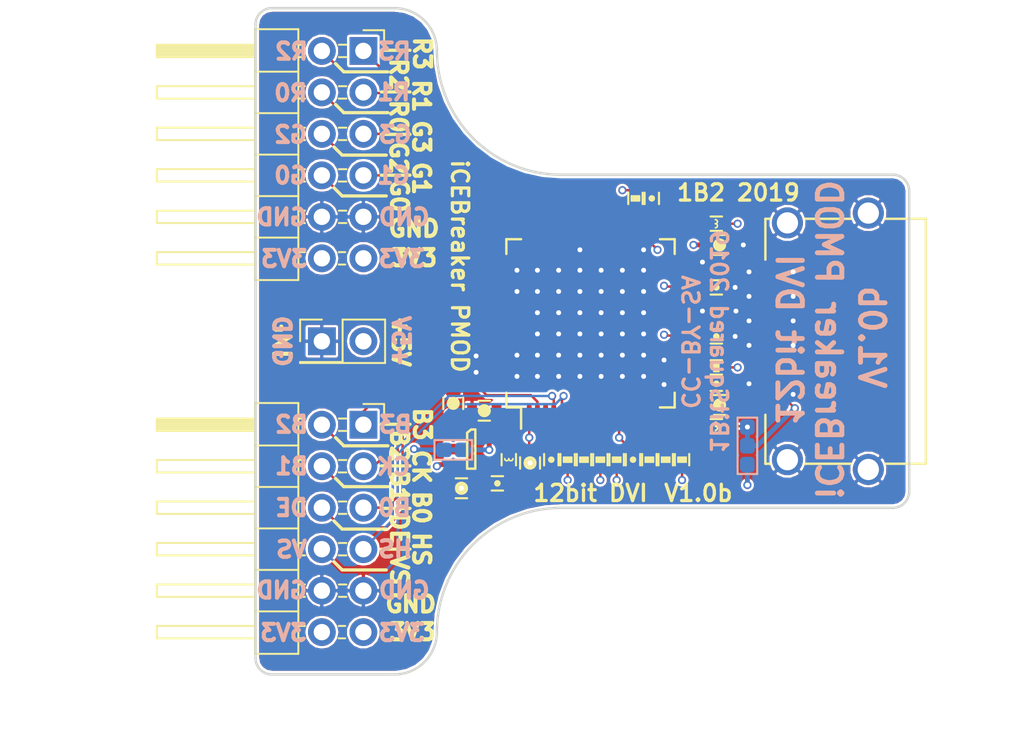
<source format=kicad_pcb>
(kicad_pcb (version 20171130) (host pcbnew 5.0.2-bee76a0~70~ubuntu18.04.1)
  (title_block (title "iCEBreaker PMOD - 12bit DVI") (rev V1.0b) (company 1BitSquared) (comment 1 "(C) 2018 Piotr Esden-Tempski <piotr@esden.net>") (comment 2 "(C) 2018 1BitSquared <info@1bitsquared.com>") (comment 3 "License: CC-BY-SA V4.0"))
  (layers (0 F.Cu signal) (1 In1.Cu signal) (2 In2.Cu signal) (31 B.Cu signal) (34 B.Paste user) (35 F.Paste user) (36 B.SilkS user) (37 F.SilkS user) (38 B.Mask user) (39 F.Mask user) (44 Edge.Cuts user))
  (net 0 "")
  (net 1 GND)
  (net 2 +3V3)
  (net 3 +5V)
  (net 4 "Net-(C3-Pad1)")
  (net 5 /DVDD)
  (net 6 /DE)
  (net 7 /VREF)
  (net 8 /HS)
  (net 9 /VS)
  (net 10 "Net-(U2-Pad6)")
  (net 11 "Net-(U2-Pad7)")
  (net 12 "Net-(U2-Pad8)")
  (net 13 /EDGE-HTPLG)
  (net 14 /~PD)
  (net 15 "Net-(U2-Pad11)")
  (net 16 /ISEL-~RST)
  (net 17 /DSEL-SDA)
  (net 18 /BSEL-SCL)
  (net 19 /PVDD)
  (net 20 /CK-)
  (net 21 /CK+)
  (net 22 /TVDD)
  (net 23 /D0-)
  (net 24 /D0+)
  (net 25 /D1-)
  (net 26 /D1+)
  (net 27 /D2-)
  (net 28 /D2+)
  (net 29 /DKEN)
  (net 30 "Net-(U2-Pad49)")
  (net 31 /CLK)
  (net 32 "Net-(J1-Pad12)")
  (net 33 /TFADJ)
  (net 34 "Net-(J5-Pad2)")
  (net 35 /B0)
  (net 36 /B1)
  (net 37 /B2)
  (net 38 /B3)
  (net 39 /G0)
  (net 40 /G1)
  (net 41 /G2)
  (net 42 /G3)
  (net 43 /R0)
  (net 44 /R1)
  (net 45 /R2)
  (net 46 /R3)
  (net 47 "Net-(J6-Pad19)")
  (net 48 "Net-(J6-Pad16)")
  (net 49 "Net-(J6-Pad15)")
  (net 50 "Net-(J6-Pad14)")
  (net 51 "Net-(J6-Pad13)")
  (module pkl_jumpers:J_NCNO_0903_30 (layer B.Cu) (at 60.1 46.6 270)
    (fp_text reference J5)
    (fp_text value 3v3_5v_sel)
    (fp_line (start -0.775 0) (end -0.375 0) (layer B.Cu) (width 0.3))
    (pad 1 smd roundrect (at -1.15 0 270) (size 0.95 0.9) (layers B.Cu B.Paste B.Mask) (net 2 +3V3))
    (pad 2 smd roundrect (at 0 0 270) (size 0.95 0.9) (layers B.Cu B.Paste B.Mask) (net 34 "Net-(J5-Pad2)"))
    (pad 3 smd roundrect (at 1.15 0 270) (size 0.95 0.9) (layers B.Cu B.Paste B.Mask) (net 3 +5V))
  )
  (module pkl_connectors:PMODHeader_2x06_P2.54mm_Horizontal (layer F.Cu) (at 36.6 35.12 180)
    (fp_text reference J2)
    (fp_text value PMOD)
    (pad 6 thru_hole circle (at 0 0 180) (size 1.7 1.7) (drill 1) (layers *.Cu *.Mask) (net 32 "Net-(J1-Pad12)"))
    (pad 12 thru_hole oval (at 2.54 0 180) (size 1.7 1.7) (drill 1) (layers *.Cu *.Mask) (net 32 "Net-(J1-Pad12)"))
    (pad 5 thru_hole oval (at 0 2.54 180) (size 1.7 1.7) (drill 1) (layers *.Cu *.Mask) (net 1 GND))
    (pad 11 thru_hole oval (at 2.54 2.54 180) (size 1.7 1.7) (drill 1) (layers *.Cu *.Mask) (net 1 GND))
    (pad 4 thru_hole oval (at 0 5.08 180) (size 1.7 1.7) (drill 1) (layers *.Cu *.Mask) (net 40 /G1))
    (pad 10 thru_hole oval (at 2.54 5.08 180) (size 1.7 1.7) (drill 1) (layers *.Cu *.Mask) (net 39 /G0))
    (pad 3 thru_hole oval (at 0 7.62 180) (size 1.7 1.7) (drill 1) (layers *.Cu *.Mask) (net 42 /G3))
    (pad 9 thru_hole oval (at 2.54 7.62 180) (size 1.7 1.7) (drill 1) (layers *.Cu *.Mask) (net 41 /G2))
    (pad 2 thru_hole oval (at 0 10.16 180) (size 1.7 1.7) (drill 1) (layers *.Cu *.Mask) (net 44 /R1))
    (pad 8 thru_hole oval (at 2.54 10.16 180) (size 1.7 1.7) (drill 1) (layers *.Cu *.Mask) (net 43 /R0))
    (pad 1 thru_hole rect (at 0 12.7 180) (size 1.7 1.7) (drill 1) (layers *.Cu *.Mask) (net 46 /R3))
    (pad 7 thru_hole circle (at 2.54 12.7 180) (size 1.7 1.7) (drill 1) (layers *.Cu *.Mask) (net 45 /R2))
  )
  (module Connector_PinHeader_2.54mm:PinHeader_2x01_P2.54mm_Vertical (layer F.Cu) (at 34.06 40.2)
    (fp_text reference J4)
    (fp_text value 5V)
    (pad 1 thru_hole rect (at 0 0) (size 1.7 1.7) (drill 1) (layers *.Cu *.Mask) (net 1 GND))
    (pad 2 thru_hole oval (at 2.54 0) (size 1.7 1.7) (drill 1) (layers *.Cu *.Mask) (net 3 +5V))
  )
  (module pkl_housings_qfp:TQFP-64-1EP_10x10mm_P0.5mm_EP5x5mm (layer F.Cu) (at 50.5 39.1 90)
    (fp_text reference U2)
    (fp_text value TFP410)
    (pad 65 thru_hole circle (at -1.95 3.25 90) (size 0.5 0.5) (drill 0.3) (layers *.Cu) (net 1 GND))
    (pad 65 thru_hole circle (at -3.25 3.25 90) (size 0.5 0.5) (drill 0.3) (layers *.Cu) (net 1 GND))
    (pad 65 thru_hole circle (at 0.65 3.25 90) (size 0.5 0.5) (drill 0.3) (layers *.Cu) (net 1 GND))
    (pad 65 thru_hole circle (at -0.65 3.25 90) (size 0.5 0.5) (drill 0.3) (layers *.Cu) (net 1 GND))
    (pad 65 thru_hole circle (at 3.25 3.25 90) (size 0.5 0.5) (drill 0.3) (layers *.Cu) (net 1 GND))
    (pad 65 thru_hole circle (at 1.95 3.25 90) (size 0.5 0.5) (drill 0.3) (layers *.Cu) (net 1 GND))
    (pad 65 thru_hole circle (at -1.95 1.95 90) (size 0.5 0.5) (drill 0.3) (layers *.Cu) (net 1 GND))
    (pad 65 thru_hole circle (at -3.25 1.95 90) (size 0.5 0.5) (drill 0.3) (layers *.Cu) (net 1 GND))
    (pad 65 thru_hole circle (at 0.65 1.95 90) (size 0.5 0.5) (drill 0.3) (layers *.Cu) (net 1 GND))
    (pad 65 thru_hole circle (at -0.65 1.95 90) (size 0.5 0.5) (drill 0.3) (layers *.Cu) (net 1 GND))
    (pad 65 thru_hole circle (at 3.25 1.95 90) (size 0.5 0.5) (drill 0.3) (layers *.Cu) (net 1 GND))
    (pad 65 thru_hole circle (at 1.95 1.95 90) (size 0.5 0.5) (drill 0.3) (layers *.Cu) (net 1 GND))
    (pad 65 thru_hole circle (at -3.25 0.65 90) (size 0.5 0.5) (drill 0.3) (layers *.Cu) (net 1 GND))
    (pad 65 thru_hole circle (at 0.65 0.65 90) (size 0.5 0.5) (drill 0.3) (layers *.Cu) (net 1 GND))
    (pad 65 thru_hole circle (at -0.65 0.65 90) (size 0.5 0.5) (drill 0.3) (layers *.Cu) (net 1 GND))
    (pad 65 thru_hole circle (at 1.95 0.65 90) (size 0.5 0.5) (drill 0.3) (layers *.Cu) (net 1 GND))
    (pad 65 thru_hole circle (at -1.95 0.65 90) (size 0.5 0.5) (drill 0.3) (layers *.Cu) (net 1 GND))
    (pad 65 thru_hole circle (at 3.25 0.65 90) (size 0.5 0.5) (drill 0.3) (layers *.Cu) (net 1 GND))
    (pad 65 thru_hole circle (at -3.25 -0.65 90) (size 0.5 0.5) (drill 0.3) (layers *.Cu) (net 1 GND))
    (pad 65 thru_hole circle (at 0.65 -0.65 90) (size 0.5 0.5) (drill 0.3) (layers *.Cu) (net 1 GND))
    (pad 65 thru_hole circle (at -0.65 -0.65 90) (size 0.5 0.5) (drill 0.3) (layers *.Cu) (net 1 GND))
    (pad 65 thru_hole circle (at 1.95 -0.65 90) (size 0.5 0.5) (drill 0.3) (layers *.Cu) (net 1 GND))
    (pad 65 thru_hole circle (at -1.95 -0.65 90) (size 0.5 0.5) (drill 0.3) (layers *.Cu) (net 1 GND))
    (pad 65 thru_hole circle (at 3.25 -0.65 90) (size 0.5 0.5) (drill 0.3) (layers *.Cu) (net 1 GND))
    (pad 65 thru_hole circle (at 1.95 -1.95 90) (size 0.5 0.5) (drill 0.3) (layers *.Cu) (net 1 GND))
    (pad 65 thru_hole circle (at -1.95 -1.95 90) (size 0.5 0.5) (drill 0.3) (layers *.Cu) (net 1 GND))
    (pad 65 thru_hole circle (at 3.25 -1.95 90) (size 0.5 0.5) (drill 0.3) (layers *.Cu) (net 1 GND))
    (pad 65 thru_hole circle (at -3.25 -1.95 90) (size 0.5 0.5) (drill 0.3) (layers *.Cu) (net 1 GND))
    (pad 65 thru_hole circle (at 0.65 -1.95 90) (size 0.5 0.5) (drill 0.3) (layers *.Cu) (net 1 GND))
    (pad 65 thru_hole circle (at -0.65 -1.95 90) (size 0.5 0.5) (drill 0.3) (layers *.Cu) (net 1 GND))
    (pad 65 thru_hole circle (at 3.25 -3.25 90) (size 0.5 0.5) (drill 0.3) (layers *.Cu) (net 1 GND))
    (pad 65 thru_hole circle (at 1.95 -3.25 90) (size 0.5 0.5) (drill 0.3) (layers *.Cu) (net 1 GND))
    (pad 65 thru_hole circle (at 0.65 -3.25 90) (size 0.5 0.5) (drill 0.3) (layers *.Cu) (net 1 GND))
    (pad 65 thru_hole circle (at -0.65 -3.25 90) (size 0.5 0.5) (drill 0.3) (layers *.Cu) (net 1 GND))
    (pad 65 thru_hole circle (at -1.95 -3.25 90) (size 0.5 0.5) (drill 0.3) (layers *.Cu) (net 1 GND))
    (pad 65 thru_hole circle (at -3.25 -3.25 90) (size 0.5 0.5) (drill 0.3) (layers *.Cu) (net 1 GND))
    (pad 65 smd rect (at 0 0 90) (size 8 8) (layers F.Cu) (net 1 GND))
    (pad 64 smd oval (at -3.75 -5.7 90) (size 0.3 1.5) (layers F.Cu F.Paste F.Mask) (net 1 GND))
    (pad 63 smd oval (at -3.25 -5.7 90) (size 0.3 1.5) (layers F.Cu F.Paste F.Mask) (net 1 GND))
    (pad 62 smd oval (at -2.75 -5.7 90) (size 0.3 1.5) (layers F.Cu F.Paste F.Mask) (net 1 GND))
    (pad 61 smd oval (at -2.25 -5.7 90) (size 0.3 1.5) (layers F.Cu F.Paste F.Mask) (net 1 GND))
    (pad 60 smd oval (at -1.75 -5.7 90) (size 0.3 1.5) (layers F.Cu F.Paste F.Mask) (net 1 GND))
    (pad 59 smd oval (at -1.25 -5.7 90) (size 0.3 1.5) (layers F.Cu F.Paste F.Mask) (net 35 /B0))
    (pad 58 smd oval (at -0.75 -5.7 90) (size 0.3 1.5) (layers F.Cu F.Paste F.Mask) (net 36 /B1))
    (pad 57 smd oval (at -0.25 -5.7 90) (size 0.3 1.5) (layers F.Cu F.Paste F.Mask) (net 31 /CLK))
    (pad 56 smd oval (at 0.25 -5.7 90) (size 0.3 1.5) (layers F.Cu F.Paste F.Mask) (net 1 GND))
    (pad 55 smd oval (at 0.75 -5.7 90) (size 0.3 1.5) (layers F.Cu F.Paste F.Mask) (net 37 /B2))
    (pad 54 smd oval (at 1.25 -5.7 90) (size 0.3 1.5) (layers F.Cu F.Paste F.Mask) (net 38 /B3))
    (pad 53 smd oval (at 1.75 -5.7 90) (size 0.3 1.5) (layers F.Cu F.Paste F.Mask) (net 1 GND))
    (pad 52 smd oval (at 2.25 -5.7 90) (size 0.3 1.5) (layers F.Cu F.Paste F.Mask) (net 1 GND))
    (pad 51 smd oval (at 2.75 -5.7 90) (size 0.3 1.5) (layers F.Cu F.Paste F.Mask) (net 1 GND))
    (pad 50 smd oval (at 3.25 -5.7 90) (size 0.3 1.5) (layers F.Cu F.Paste F.Mask) (net 1 GND))
    (pad 49 smd oval (at 3.75 -5.7 90) (size 0.3 1.5) (layers F.Cu F.Paste F.Mask) (net 30 "Net-(U2-Pad49)"))
    (pad 48 smd oval (at 5.7 -3.75 180) (size 0.3 1.5) (layers F.Cu F.Paste F.Mask) (net 1 GND))
    (pad 47 smd oval (at 5.7 -3.25 180) (size 0.3 1.5) (layers F.Cu F.Paste F.Mask) (net 39 /G0))
    (pad 46 smd oval (at 5.7 -2.75 180) (size 0.3 1.5) (layers F.Cu F.Paste F.Mask) (net 40 /G1))
    (pad 45 smd oval (at 5.7 -2.25 180) (size 0.3 1.5) (layers F.Cu F.Paste F.Mask) (net 41 /G2))
    (pad 44 smd oval (at 5.7 -1.75 180) (size 0.3 1.5) (layers F.Cu F.Paste F.Mask) (net 42 /G3))
    (pad 43 smd oval (at 5.7 -1.25 180) (size 0.3 1.5) (layers F.Cu F.Paste F.Mask) (net 1 GND))
    (pad 42 smd oval (at 5.7 -0.75 180) (size 0.3 1.5) (layers F.Cu F.Paste F.Mask) (net 1 GND))
    (pad 41 smd oval (at 5.7 -0.25 180) (size 0.3 1.5) (layers F.Cu F.Paste F.Mask) (net 1 GND))
    (pad 40 smd oval (at 5.7 0.25 180) (size 0.3 1.5) (layers F.Cu F.Paste F.Mask) (net 1 GND))
    (pad 39 smd oval (at 5.7 0.75 180) (size 0.3 1.5) (layers F.Cu F.Paste F.Mask) (net 43 /R0))
    (pad 38 smd oval (at 5.7 1.25 180) (size 0.3 1.5) (layers F.Cu F.Paste F.Mask) (net 44 /R1))
    (pad 37 smd oval (at 5.7 1.75 180) (size 0.3 1.5) (layers F.Cu F.Paste F.Mask) (net 45 /R2))
    (pad 36 smd oval (at 5.7 2.25 180) (size 0.3 1.5) (layers F.Cu F.Paste F.Mask) (net 46 /R3))
    (pad 35 smd oval (at 5.7 2.75 180) (size 0.3 1.5) (layers F.Cu F.Paste F.Mask) (net 29 /DKEN))
    (pad 34 smd oval (at 5.7 3.25 180) (size 0.3 1.5) (layers F.Cu F.Paste F.Mask) (net 1 GND))
    (pad 33 smd oval (at 5.7 3.75 180) (size 0.3 1.5) (layers F.Cu F.Paste F.Mask) (net 5 /DVDD))
    (pad 32 smd oval (at 3.75 5.7 90) (size 0.3 1.5) (layers F.Cu F.Paste F.Mask) (net 1 GND))
    (pad 31 smd oval (at 3.25 5.7 90) (size 0.3 1.5) (layers F.Cu F.Paste F.Mask) (net 28 /D2+))
    (pad 30 smd oval (at 2.75 5.7 90) (size 0.3 1.5) (layers F.Cu F.Paste F.Mask) (net 27 /D2-))
    (pad 29 smd oval (at 2.25 5.7 90) (size 0.3 1.5) (layers F.Cu F.Paste F.Mask) (net 22 /TVDD))
    (pad 28 smd oval (at 1.75 5.7 90) (size 0.3 1.5) (layers F.Cu F.Paste F.Mask) (net 26 /D1+))
    (pad 27 smd oval (at 1.25 5.7 90) (size 0.3 1.5) (layers F.Cu F.Paste F.Mask) (net 25 /D1-))
    (pad 26 smd oval (at 0.75 5.7 90) (size 0.3 1.5) (layers F.Cu F.Paste F.Mask) (net 1 GND))
    (pad 25 smd oval (at 0.25 5.7 90) (size 0.3 1.5) (layers F.Cu F.Paste F.Mask) (net 24 /D0+))
    (pad 24 smd oval (at -0.25 5.7 90) (size 0.3 1.5) (layers F.Cu F.Paste F.Mask) (net 23 /D0-))
    (pad 23 smd oval (at -0.75 5.7 90) (size 0.3 1.5) (layers F.Cu F.Paste F.Mask) (net 22 /TVDD))
    (pad 22 smd oval (at -1.25 5.7 90) (size 0.3 1.5) (layers F.Cu F.Paste F.Mask) (net 21 /CK+))
    (pad 21 smd oval (at -1.75 5.7 90) (size 0.3 1.5) (layers F.Cu F.Paste F.Mask) (net 20 /CK-))
    (pad 20 smd oval (at -2.25 5.7 90) (size 0.3 1.5) (layers F.Cu F.Paste F.Mask) (net 1 GND))
    (pad 19 smd oval (at -2.75 5.7 90) (size 0.3 1.5) (layers F.Cu F.Paste F.Mask) (net 33 /TFADJ))
    (pad 18 smd oval (at -3.25 5.7 90) (size 0.3 1.5) (layers F.Cu F.Paste F.Mask) (net 19 /PVDD))
    (pad 17 smd oval (at -3.75 5.7 90) (size 0.3 1.5) (layers F.Cu F.Paste F.Mask) (net 1 GND))
    (pad 16 smd oval (at -5.7 3.75 180) (size 0.3 1.5) (layers F.Cu F.Paste F.Mask) (net 1 GND))
    (pad 15 smd oval (at -5.7 3.25 180) (size 0.3 1.5) (layers F.Cu F.Paste F.Mask) (net 18 /BSEL-SCL))
    (pad 14 smd oval (at -5.7 2.75 180) (size 0.3 1.5) (layers F.Cu F.Paste F.Mask) (net 17 /DSEL-SDA))
    (pad 13 smd oval (at -5.7 2.25 180) (size 0.3 1.5) (layers F.Cu F.Paste F.Mask) (net 16 /ISEL-~RST))
    (pad 12 smd oval (at -5.7 1.75 180) (size 0.3 1.5) (layers F.Cu F.Paste F.Mask) (net 5 /DVDD))
    (pad 11 smd oval (at -5.7 1.25 180) (size 0.3 1.5) (layers F.Cu F.Paste F.Mask) (net 15 "Net-(U2-Pad11)"))
    (pad 10 smd oval (at -5.7 0.75 180) (size 0.3 1.5) (layers F.Cu F.Paste F.Mask) (net 14 /~PD))
    (pad 9 smd oval (at -5.7 0.25 180) (size 0.3 1.5) (layers F.Cu F.Paste F.Mask) (net 13 /EDGE-HTPLG))
    (pad 8 smd oval (at -5.7 -0.25 180) (size 0.3 1.5) (layers F.Cu F.Paste F.Mask) (net 12 "Net-(U2-Pad8)"))
    (pad 7 smd oval (at -5.7 -0.75 180) (size 0.3 1.5) (layers F.Cu F.Paste F.Mask) (net 11 "Net-(U2-Pad7)"))
    (pad 6 smd oval (at -5.7 -1.25 180) (size 0.3 1.5) (layers F.Cu F.Paste F.Mask) (net 10 "Net-(U2-Pad6)"))
    (pad 5 smd oval (at -5.7 -1.75 180) (size 0.3 1.5) (layers F.Cu F.Paste F.Mask) (net 9 /VS))
    (pad 4 smd oval (at -5.7 -2.25 180) (size 0.3 1.5) (layers F.Cu F.Paste F.Mask) (net 8 /HS))
    (pad 3 smd oval (at -5.7 -2.75 180) (size 0.3 1.5) (layers F.Cu F.Paste F.Mask) (net 7 /VREF))
    (pad 2 smd oval (at -5.7 -3.25 180) (size 0.3 1.5) (layers F.Cu F.Paste F.Mask) (net 6 /DE))
    (pad 1 smd oval (at -5.7 -3.75 180) (size 0.3 1.5) (layers F.Cu F.Paste F.Mask) (net 5 /DVDD))
  )
  (module pkl_jumpers:J_NC_0603_30 (layer B.Cu) (at 42.1 46.85 180)
    (fp_text reference J3)
    (fp_text value jmp)
    (fp_line (start -0.2 0) (end 0.2 0) (layer B.Cu) (width 0.3))
    (pad 1 smd roundrect (at -0.575 0 180) (size 0.95 0.9) (layers B.Cu B.Paste B.Mask) (net 2 +3V3))
    (pad 2 smd roundrect (at 0.575 0 180) (size 0.95 0.9) (layers B.Cu B.Paste B.Mask) (net 32 "Net-(J1-Pad12)"))
  )
  (module pkl_connectors:HDMI-10029449-111RLF (layer F.Cu) (at 62.5 40.2 90)
    (fp_text reference J6)
    (fp_text value HDMI_A_1.4 hide)
    (pad 19 smd roundrect (at -4.25 -0.95 90) (size 0.3 1.9) (layers F.Cu F.Paste F.Mask) (net 47 "Net-(J6-Pad19)"))
    (pad 1 smd roundrect (at 4.75 -0.95 90) (size 0.3 1.9) (layers F.Cu F.Paste F.Mask) (net 28 /D2+))
    (pad 18 smd roundrect (at -3.75 -0.95 90) (size 0.3 1.9) (layers F.Cu F.Paste F.Mask) (net 34 "Net-(J5-Pad2)"))
    (pad 17 smd roundrect (at -3.25 -0.95 90) (size 0.3 1.9) (layers F.Cu F.Paste F.Mask) (net 1 GND))
    (pad 16 smd roundrect (at -2.75 -0.95 90) (size 0.3 1.9) (layers F.Cu F.Paste F.Mask) (net 48 "Net-(J6-Pad16)"))
    (pad 15 smd roundrect (at -2.25 -0.95 90) (size 0.3 1.9) (layers F.Cu F.Paste F.Mask) (net 49 "Net-(J6-Pad15)"))
    (pad 14 smd roundrect (at -1.75 -0.95 90) (size 0.3 1.9) (layers F.Cu F.Paste F.Mask) (net 50 "Net-(J6-Pad14)"))
    (pad 13 smd roundrect (at -1.25 -0.95 90) (size 0.3 1.9) (layers F.Cu F.Paste F.Mask) (net 51 "Net-(J6-Pad13)"))
    (pad 12 smd roundrect (at -0.75 -0.95 90) (size 0.3 1.9) (layers F.Cu F.Paste F.Mask) (net 20 /CK-))
    (pad 11 smd roundrect (at -0.25 -0.95 90) (size 0.3 1.9) (layers F.Cu F.Paste F.Mask) (net 1 GND))
    (pad 10 smd roundrect (at 0.25 -0.95 90) (size 0.3 1.9) (layers F.Cu F.Paste F.Mask) (net 21 /CK+))
    (pad 9 smd roundrect (at 0.75 -0.95 90) (size 0.3 1.9) (layers F.Cu F.Paste F.Mask) (net 23 /D0-))
    (pad 8 smd roundrect (at 1.25 -0.95 90) (size 0.3 1.9) (layers F.Cu F.Paste F.Mask) (net 1 GND))
    (pad 7 smd roundrect (at 1.75 -0.95 90) (size 0.3 1.9) (layers F.Cu F.Paste F.Mask) (net 24 /D0+))
    (pad 6 smd roundrect (at 2.25 -0.95 90) (size 0.3 1.9) (layers F.Cu F.Paste F.Mask) (net 25 /D1-))
    (pad 5 smd roundrect (at 2.75 -0.95 90) (size 0.3 1.9) (layers F.Cu F.Paste F.Mask) (net 1 GND))
    (pad 4 smd roundrect (at 3.25 -0.95 90) (size 0.3 1.9) (layers F.Cu F.Paste F.Mask) (net 26 /D1+))
    (pad 3 smd roundrect (at 3.75 -0.95 90) (size 0.3 1.9) (layers F.Cu F.Paste F.Mask) (net 27 /D2-))
    (pad 2 smd roundrect (at 4.25 -0.95 90) (size 0.3 1.9) (layers F.Cu F.Paste F.Mask) (net 1 GND))
    (pad SH thru_hole circle (at -7.25 0.05 90) (size 1.9 1.9) (drill 1.3) (layers *.Cu *.Mask) (net 1 GND))
    (pad SH thru_hole circle (at 7.25 0.05 90) (size 1.9 1.9) (drill 1.3) (layers *.Cu *.Mask) (net 1 GND))
    (pad SH thru_hole circle (at 7.85 5 90) (size 1.9 1.9) (drill 1.3) (layers *.Cu *.Mask) (net 1 GND))
    (pad SH thru_hole circle (at -7.85 5 90) (size 1.9 1.9) (drill 1.3) (layers *.Cu *.Mask) (net 1 GND))
  )
  (module pkl_dipol:C_0402 (layer F.Cu) (at 54.25 31.45 90)
    (fp_text reference C6)
    (fp_text value 100n)
    (pad 2 smd roundrect (at 0.5 0 90) (size 0.5 0.6) (layers F.Cu F.Paste F.Mask) (net 1 GND))
    (pad 1 smd roundrect (at -0.5 0 90) (size 0.5 0.6) (layers F.Cu F.Paste F.Mask) (net 5 /DVDD))
  )
  (module pkl_dipol:C_0402 (layer F.Cu) (at 58.2 39.9)
    (fp_text reference C7)
    (fp_text value 100n)
    (pad 1 smd roundrect (at -0.5 0) (size 0.5 0.6) (layers F.Cu F.Paste F.Mask) (net 22 /TVDD))
    (pad 2 smd roundrect (at 0.5 0) (size 0.5 0.6) (layers F.Cu F.Paste F.Mask) (net 1 GND))
  )
  (module pkl_dipol:C_0402 (layer F.Cu) (at 48.1 47.45 270)
    (fp_text reference C8)
    (fp_text value 100n)
    (pad 2 smd roundrect (at 0.5 0 270) (size 0.5 0.6) (layers F.Cu F.Paste F.Mask) (net 1 GND))
    (pad 1 smd roundrect (at -0.5 0 270) (size 0.5 0.6) (layers F.Cu F.Paste F.Mask) (net 5 /DVDD))
  )
  (module pkl_dipol:C_0402 (layer F.Cu) (at 58.2 42.8)
    (fp_text reference C9)
    (fp_text value 100n)
    (pad 1 smd roundrect (at -0.5 0) (size 0.5 0.6) (layers F.Cu F.Paste F.Mask) (net 19 /PVDD))
    (pad 2 smd roundrect (at 0.5 0) (size 0.5 0.6) (layers F.Cu F.Paste F.Mask) (net 1 GND))
  )
  (module pkl_dipol:C_0402 (layer F.Cu) (at 58.2 36.9)
    (fp_text reference C10)
    (fp_text value 100n)
    (pad 2 smd roundrect (at 0.5 0) (size 0.5 0.6) (layers F.Cu F.Paste F.Mask) (net 1 GND))
    (pad 1 smd roundrect (at -0.5 0) (size 0.5 0.6) (layers F.Cu F.Paste F.Mask) (net 22 /TVDD))
  )
  (module pkl_dipol:C_0402 (layer F.Cu) (at 53.1 47.45 270)
    (fp_text reference C5)
    (fp_text value 100n)
    (pad 2 smd roundrect (at 0.5 0 270) (size 0.5 0.6) (layers F.Cu F.Paste F.Mask) (net 1 GND))
    (pad 1 smd roundrect (at -0.5 0 270) (size 0.5 0.6) (layers F.Cu F.Paste F.Mask) (net 5 /DVDD))
  )
  (module pkl_dipol:C_0402 (layer F.Cu) (at 44.8 48.9)
    (fp_text reference C3)
    (fp_text value 470p)
    (pad 1 smd roundrect (at -0.5 0) (size 0.5 0.6) (layers F.Cu F.Paste F.Mask) (net 4 "Net-(C3-Pad1)"))
    (pad 2 smd roundrect (at 0.5 0) (size 0.5 0.6) (layers F.Cu F.Paste F.Mask) (net 1 GND))
  )
  (module pkl_dipol:C_0603 (layer F.Cu) (at 46.8 47.65 270)
    (fp_text reference C14)
    (fp_text value 10u)
    (pad 2 smd roundrect (at 0.75 0 270) (size 0.6 0.9) (layers F.Cu F.Paste F.Mask) (net 1 GND))
    (pad 1 smd roundrect (at -0.75 0 270) (size 0.6 0.9) (layers F.Cu F.Paste F.Mask) (net 5 /DVDD))
  )
  (module pkl_dipol:C_0603 (layer F.Cu) (at 58.4 34.3)
    (fp_text reference C16)
    (fp_text value 10u)
    (pad 1 smd roundrect (at -0.75 0) (size 0.6 0.9) (layers F.Cu F.Paste F.Mask) (net 22 /TVDD))
    (pad 2 smd roundrect (at 0.75 0) (size 0.6 0.9) (layers F.Cu F.Paste F.Mask) (net 1 GND))
  )
  (module pkl_dipol:C_0603 (layer F.Cu) (at 58.4 44.1)
    (fp_text reference C15)
    (fp_text value 10u)
    (pad 2 smd roundrect (at 0.75 0) (size 0.6 0.9) (layers F.Cu F.Paste F.Mask) (net 1 GND))
    (pad 1 smd roundrect (at -0.75 0) (size 0.6 0.9) (layers F.Cu F.Paste F.Mask) (net 19 /PVDD))
  )
  (module pkl_dipol:C_0603 (layer F.Cu) (at 42.1 44 90)
    (fp_text reference C2)
    (fp_text value 4u7)
    (pad 1 smd roundrect (at -0.75 0 90) (size 0.6 0.9) (layers F.Cu F.Paste F.Mask) (net 3 +5V))
    (pad 2 smd roundrect (at 0.75 0 90) (size 0.6 0.9) (layers F.Cu F.Paste F.Mask) (net 1 GND))
  )
  (module pkl_dipol:C_0603 (layer F.Cu) (at 42.6 49.2)
    (fp_text reference C1)
    (fp_text value 10u)
    (pad 2 smd roundrect (at 0.75 0) (size 0.6 0.9) (layers F.Cu F.Paste F.Mask) (net 1 GND))
    (pad 1 smd roundrect (at -0.75 0) (size 0.6 0.9) (layers F.Cu F.Paste F.Mask) (net 2 +3V3))
  )
  (module pkl_dipol:C_0603 (layer F.Cu) (at 44 44.45 180)
    (fp_text reference C4)
    (fp_text value 4u7)
    (pad 1 smd roundrect (at -0.75 0 180) (size 0.6 0.9) (layers F.Cu F.Paste F.Mask) (net 2 +3V3))
    (pad 2 smd roundrect (at 0.75 0 180) (size 0.6 0.9) (layers F.Cu F.Paste F.Mask) (net 1 GND))
  )
  (module pkl_dipol:L_0402 (layer F.Cu) (at 58.2 33 180)
    (fp_text reference L3)
    (fp_text value 600)
    (pad 1 smd roundrect (at -0.5 0 180) (size 0.5 0.6) (layers F.Cu F.Paste F.Mask) (net 2 +3V3))
    (pad 2 smd roundrect (at 0.5 0 180) (size 0.5 0.6) (layers F.Cu F.Paste F.Mask) (net 22 /TVDD))
  )
  (module pkl_dipol:L_0402 (layer F.Cu) (at 45.5 47.45 90)
    (fp_text reference L1)
    (fp_text value 600)
    (pad 2 smd roundrect (at 0.5 0 90) (size 0.5 0.6) (layers F.Cu F.Paste F.Mask) (net 5 /DVDD))
    (pad 1 smd roundrect (at -0.5 0 90) (size 0.5 0.6) (layers F.Cu F.Paste F.Mask) (net 2 +3V3))
  )
  (module pkl_dipol:L_0402 (layer F.Cu) (at 58.2 45.4 180)
    (fp_text reference L2)
    (fp_text value 600)
    (pad 1 smd roundrect (at -0.5 0 180) (size 0.5 0.6) (layers F.Cu F.Paste F.Mask) (net 2 +3V3))
    (pad 2 smd roundrect (at 0.5 0 180) (size 0.5 0.6) (layers F.Cu F.Paste F.Mask) (net 19 /PVDD))
  )
  (module pkl_dipol:R_0402 (layer F.Cu) (at 58.2 41.8 180)
    (fp_text reference R9)
    (fp_text value 510E)
    (pad 1 smd roundrect (at -0.5 0 180) (size 0.5 0.6) (layers F.Cu F.Paste F.Mask) (net 2 +3V3))
    (pad 2 smd roundrect (at 0.5 0 180) (size 0.5 0.6) (layers F.Cu F.Paste F.Mask) (net 33 /TFADJ))
  )
  (module pkl_dipol:R_0402 (layer F.Cu) (at 55.1 47.45 270)
    (fp_text reference R8)
    (fp_text value 10k)
    (pad 2 smd roundrect (at 0.5 0 270) (size 0.5 0.6) (layers F.Cu F.Paste F.Mask) (net 1 GND))
    (pad 1 smd roundrect (at -0.5 0 270) (size 0.5 0.6) (layers F.Cu F.Paste F.Mask) (net 17 /DSEL-SDA))
  )
  (module pkl_dipol:R_0402 (layer F.Cu) (at 54.1 47.45 270)
    (fp_text reference R7)
    (fp_text value 10k)
    (pad 1 smd roundrect (at -0.5 0 270) (size 0.5 0.6) (layers F.Cu F.Paste F.Mask) (net 16 /ISEL-~RST))
    (pad 2 smd roundrect (at 0.5 0 270) (size 0.5 0.6) (layers F.Cu F.Paste F.Mask) (net 1 GND))
  )
  (module pkl_dipol:R_0402 (layer F.Cu) (at 50.1 47.45 270)
    (fp_text reference R6)
    (fp_text value DNP)
    (pad 2 smd roundrect (at 0.5 0 270) (size 0.5 0.6) (layers F.Cu F.Paste F.Mask) (net 1 GND))
    (pad 1 smd roundrect (at -0.5 0 270) (size 0.5 0.6) (layers F.Cu F.Paste F.Mask) (net 7 /VREF))
  )
  (module pkl_dipol:R_0402 (layer F.Cu) (at 49.1 47.45 90)
    (fp_text reference R5)
    (fp_text value 33k)
    (pad 1 smd roundrect (at -0.5 0 90) (size 0.5 0.6) (layers F.Cu F.Paste F.Mask) (net 2 +3V3))
    (pad 2 smd roundrect (at 0.5 0 90) (size 0.5 0.6) (layers F.Cu F.Paste F.Mask) (net 7 /VREF))
  )
  (module pkl_dipol:R_0402 (layer F.Cu) (at 56.1 47.45 90)
    (fp_text reference R1)
    (fp_text value 10k)
    (pad 2 smd roundrect (at 0.5 0 90) (size 0.5 0.6) (layers F.Cu F.Paste F.Mask) (net 18 /BSEL-SCL))
    (pad 1 smd roundrect (at -0.5 0 90) (size 0.5 0.6) (layers F.Cu F.Paste F.Mask) (net 2 +3V3))
  )
  (module pkl_dipol:R_0402 (layer F.Cu) (at 52.1 47.45 90)
    (fp_text reference R2)
    (fp_text value 10k)
    (pad 1 smd roundrect (at -0.5 0 90) (size 0.5 0.6) (layers F.Cu F.Paste F.Mask) (net 2 +3V3))
    (pad 2 smd roundrect (at 0.5 0 90) (size 0.5 0.6) (layers F.Cu F.Paste F.Mask) (net 14 /~PD))
  )
  (module pkl_dipol:R_0402 (layer F.Cu) (at 53.25 31.45 270)
    (fp_text reference R3)
    (fp_text value 10k)
    (pad 2 smd roundrect (at 0.5 0 270) (size 0.5 0.6) (layers F.Cu F.Paste F.Mask) (net 29 /DKEN))
    (pad 1 smd roundrect (at -0.5 0 270) (size 0.5 0.6) (layers F.Cu F.Paste F.Mask) (net 2 +3V3))
  )
  (module pkl_dipol:R_0402 (layer F.Cu) (at 51.1 47.45 90)
    (fp_text reference R4)
    (fp_text value 10k)
    (pad 1 smd roundrect (at -0.5 0 90) (size 0.5 0.6) (layers F.Cu F.Paste F.Mask) (net 2 +3V3))
    (pad 2 smd roundrect (at 0.5 0 90) (size 0.5 0.6) (layers F.Cu F.Paste F.Mask) (net 13 /EDGE-HTPLG))
  )
  (module pkl_housings_sot:SOT-23-5 (layer F.Cu) (at 43.2 46.799999 180)
    (fp_text reference U1)
    (fp_text value VREG_3V3)
    (pad 1 smd roundrect (at 1.1 0.95) (size 1.06 0.65) (layers F.Cu F.Paste F.Mask) (net 3 +5V))
    (pad 2 smd roundrect (at 1.1 0) (size 1.06 0.65) (layers F.Cu F.Paste F.Mask) (net 1 GND))
    (pad 3 smd roundrect (at 1.1 -0.95) (size 1.06 0.65) (layers F.Cu F.Paste F.Mask) (net 3 +5V))
    (pad 4 smd roundrect (at -1.1 -0.95) (size 1.06 0.65) (layers F.Cu F.Paste F.Mask) (net 4 "Net-(C3-Pad1)"))
    (pad 5 smd roundrect (at -1.1 0.95) (size 1.06 0.65) (layers F.Cu F.Paste F.Mask) (net 2 +3V3))
  )
  (module pkl_connectors:PMODHeader_2x06_P2.54mm_Horizontal (layer F.Cu) (at 36.6 58.01 180)
    (fp_text reference J1)
    (fp_text value PMOD)
    (pad 6 thru_hole circle (at 0 0 180) (size 1.7 1.7) (drill 1) (layers *.Cu *.Mask) (net 32 "Net-(J1-Pad12)"))
    (pad 12 thru_hole oval (at 2.54 0 180) (size 1.7 1.7) (drill 1) (layers *.Cu *.Mask) (net 32 "Net-(J1-Pad12)"))
    (pad 5 thru_hole oval (at 0 2.54 180) (size 1.7 1.7) (drill 1) (layers *.Cu *.Mask) (net 1 GND))
    (pad 11 thru_hole oval (at 2.54 2.54 180) (size 1.7 1.7) (drill 1) (layers *.Cu *.Mask) (net 1 GND))
    (pad 4 thru_hole oval (at 0 5.08 180) (size 1.7 1.7) (drill 1) (layers *.Cu *.Mask) (net 8 /HS))
    (pad 10 thru_hole oval (at 2.54 5.08 180) (size 1.7 1.7) (drill 1) (layers *.Cu *.Mask) (net 9 /VS))
    (pad 3 thru_hole oval (at 0 7.62 180) (size 1.7 1.7) (drill 1) (layers *.Cu *.Mask) (net 35 /B0))
    (pad 9 thru_hole oval (at 2.54 7.62 180) (size 1.7 1.7) (drill 1) (layers *.Cu *.Mask) (net 6 /DE))
    (pad 2 thru_hole oval (at 0 10.16 180) (size 1.7 1.7) (drill 1) (layers *.Cu *.Mask) (net 31 /CLK))
    (pad 8 thru_hole oval (at 2.54 10.16 180) (size 1.7 1.7) (drill 1) (layers *.Cu *.Mask) (net 36 /B1))
    (pad 1 thru_hole rect (at 0 12.7 180) (size 1.7 1.7) (drill 1) (layers *.Cu *.Mask) (net 38 /B3))
    (pad 7 thru_hole circle (at 2.54 12.7 180) (size 1.7 1.7) (drill 1) (layers *.Cu *.Mask) (net 37 /B2))
  )
  (gr_text +5V (at 38.9 40.2 270) (layer B.SilkS) (effects (font (size 1 1) (thickness 0.25)) (justify mirror)))
  (gr_text GND (at 31.6 40.2 270) (layer B.SilkS) (effects (font (size 1 1) (thickness 0.25)) (justify mirror)))
  (gr_text GND (at 31.6 40.2 270) (layer F.SilkS) (effects (font (size 1 1) (thickness 0.25))))
  (gr_text GND (at 31.6 55.45) (layer B.SilkS) (effects (font (size 1 1) (thickness 0.25)) (justify mirror)))
  (gr_text 3V3 (at 31.7 58.05) (layer B.SilkS) (effects (font (size 1 1) (thickness 0.25)) (justify mirror)))
  (gr_text GND (at 31.6 32.6) (layer B.SilkS) (effects (font (size 1 1) (thickness 0.25)) (justify mirror)))
  (gr_text 3V3 (at 31.75 35.15) (layer B.SilkS) (effects (font (size 1 1) (thickness 0.25)) (justify mirror)))
  (gr_text R3 (at 38.5 22.45) (layer B.SilkS) (effects (font (size 1 1) (thickness 0.25)) (justify mirror)))
  (gr_text R2 (at 32.2 22.45) (layer B.SilkS) (effects (font (size 1 1) (thickness 0.25)) (justify mirror)))
  (gr_text R1 (at 38.45 24.95) (layer B.SilkS) (effects (font (size 1 1) (thickness 0.25)) (justify mirror)))
  (gr_text R0 (at 32.15 25) (layer B.SilkS) (effects (font (size 1 1) (thickness 0.25)) (justify mirror)))
  (gr_text G3 (at 38.55 27.55) (layer B.SilkS) (effects (font (size 1 1) (thickness 0.25)) (justify mirror)))
  (gr_text G2 (at 32.15 27.55) (layer B.SilkS) (effects (font (size 1 1) (thickness 0.25)) (justify mirror)))
  (gr_text G1 (at 38.45 30.05) (layer B.SilkS) (effects (font (size 1 1) (thickness 0.25)) (justify mirror)))
  (gr_text G0 (at 32.15 30.05) (layer B.SilkS) (effects (font (size 1 1) (thickness 0.25)) (justify mirror)))
  (gr_text 3V3 (at 38.95 35.15) (layer B.SilkS) (effects (font (size 1 1) (thickness 0.25)) (justify mirror)))
  (gr_text GND (at 39.1 32.6) (layer B.SilkS) (effects (font (size 1 1) (thickness 0.25)) (justify mirror)))
  (gr_line (start 35.3 31.3) (end 38 31.3) (layer F.SilkS) (width 0.2))
  (gr_line (start 37.7 22.38) (end 39.45 22.38) (layer F.SilkS) (width 0.2))
  (gr_line (start 34.9 25.7) (end 35.4 26.2) (layer F.SilkS) (width 0.2))
  (gr_line (start 35.4 23.7) (end 38.1 23.7) (layer F.SilkS) (width 0.2))
  (gr_line (start 37.7 30.03) (end 39.45 30.03) (layer F.SilkS) (width 0.2))
  (gr_line (start 34.8 30.8) (end 35.3 31.3) (layer F.SilkS) (width 0.2))
  (gr_line (start 35.4 26.2) (end 38.1 26.2) (layer F.SilkS) (width 0.2))
  (gr_line (start 37.7 27.53) (end 39.45 27.53) (layer F.SilkS) (width 0.2))
  (gr_line (start 37.7 24.93) (end 39.45 24.93) (layer F.SilkS) (width 0.2))
  (gr_line (start 34.9 23.2) (end 35.4 23.7) (layer F.SilkS) (width 0.2))
  (gr_line (start 35.3 28.8) (end 38 28.8) (layer F.SilkS) (width 0.2))
  (gr_line (start 34.8 28.3) (end 35.3 28.8) (layer F.SilkS) (width 0.2))
  (gr_line (start 35.3 54.2) (end 38 54.2) (layer F.SilkS) (width 0.2))
  (gr_line (start 34.8 53.7) (end 35.3 54.2) (layer F.SilkS) (width 0.2))
  (gr_text G0 (at 38.8 31.3 270) (layer F.SilkS) (effects (font (size 1 1) (thickness 0.25))))
  (gr_text 3V3 (at 39.7 35.1) (layer F.SilkS) (effects (font (size 1 1) (thickness 0.25))))
  (gr_text GND (at 39.7 33.3) (layer F.SilkS) (effects (font (size 1 1) (thickness 0.25))))
  (gr_text R3 (at 40.2 22.58 270) (layer F.SilkS) (effects (font (size 1 1) (thickness 0.25))))
  (gr_text R2 (at 38.75 23.88 270) (layer F.SilkS) (effects (font (size 1 1) (thickness 0.25))))
  (gr_text R1 (at 40.15 25.18 270) (layer F.SilkS) (effects (font (size 1 1) (thickness 0.25))))
  (gr_text R0 (at 38.75 26.43 270) (layer F.SilkS) (effects (font (size 1 1) (thickness 0.25))))
  (gr_text G2 (at 38.75 28.98 270) (layer F.SilkS) (effects (font (size 1 1) (thickness 0.25))))
  (gr_text G3 (at 40.15 27.68 270) (layer F.SilkS) (effects (font (size 1 1) (thickness 0.25))))
  (gr_text G1 (at 40.15 30.23 270) (layer F.SilkS) (effects (font (size 1 1) (thickness 0.25))))
  (gr_text 3V3 (at 38.95 58.05) (layer B.SilkS) (effects (font (size 1 1) (thickness 0.25)) (justify mirror)))
  (gr_text 3V3 (at 39.6 58) (layer F.SilkS) (effects (font (size 1 1) (thickness 0.25))))
  (gr_text GND (at 39.5 56.3) (layer F.SilkS) (effects (font (size 1 1) (thickness 0.25))))
  (gr_text GND (at 39.1 55.45) (layer B.SilkS) (effects (font (size 1 1) (thickness 0.25)) (justify mirror)))
  (gr_text +5V (at 38.9 40.2 270) (layer F.SilkS) (effects (font (size 1 1) (thickness 0.25))))
  (gr_arc (start 48.7 22.4) (end 41.1 22.4) (angle -90) (layer Edge.Cuts) (width 0.15))
  (gr_arc (start 38.5 22.4) (end 41.1 22.4) (angle -90) (layer Edge.Cuts) (width 0.15))
  (gr_line (start 31 19.8) (end 38.5 19.8) (layer Edge.Cuts) (width 0.15))
  (gr_arc (start 48.7 58) (end 48.7 50.4) (angle -90) (layer Edge.Cuts) (width 0.15))
  (gr_arc (start 38.5 58) (end 38.5 60.6) (angle -90) (layer Edge.Cuts) (width 0.15))
  (gr_line (start 31 60.6) (end 38.5 60.6) (layer Edge.Cuts) (width 0.15))
  (gr_text "1BitSquared 2019" (at 58.35 40.2 270) (layer B.SilkS) (effects (font (size 1 1) (thickness 0.2)) (justify mirror)))
  (gr_text CC-BY-SA (at 56.6 40.25 270) (layer B.SilkS) (effects (font (size 1 1) (thickness 0.2)) (justify mirror)))
  (gr_text "1B2 2019" (at 59.55 31.1) (layer F.SilkS) (effects (font (size 1 1) (thickness 0.2))))
  (gr_text B2 (at 32.2 45.3) (layer B.SilkS) (effects (font (size 1 1) (thickness 0.25)) (justify mirror)))
  (gr_text B3 (at 38.55 45.3) (layer B.SilkS) (effects (font (size 1 1) (thickness 0.25)) (justify mirror)))
  (gr_text B1 (at 32.2 47.85) (layer B.SilkS) (effects (font (size 1 1) (thickness 0.25)) (justify mirror)))
  (gr_text CK (at 38.45 47.88) (layer B.SilkS) (effects (font (size 1 1) (thickness 0.25)) (justify mirror)))
  (gr_text DE (at 32.2 50.4) (layer B.SilkS) (effects (font (size 1 1) (thickness 0.25)) (justify mirror)))
  (gr_text B0 (at 38.5 50.4) (layer B.SilkS) (effects (font (size 1 1) (thickness 0.25)) (justify mirror)))
  (gr_text VS (at 32.2 52.95) (layer B.SilkS) (effects (font (size 1 1) (thickness 0.25)) (justify mirror)))
  (gr_text HS (at 38.55 52.93) (layer B.SilkS) (effects (font (size 1 1) (thickness 0.25)) (justify mirror)))
  (gr_line (start 37.7 52.93) (end 39.45 52.93) (layer F.SilkS) (width 0.2))
  (gr_line (start 35.3 51.7) (end 38 51.7) (layer F.SilkS) (width 0.2))
  (gr_line (start 34.8 51.2) (end 35.3 51.7) (layer F.SilkS) (width 0.2))
  (gr_line (start 37.7 50.43) (end 39.45 50.43) (layer F.SilkS) (width 0.2))
  (gr_line (start 35.4 49.1) (end 38.1 49.1) (layer F.SilkS) (width 0.2))
  (gr_line (start 34.9 48.6) (end 35.4 49.1) (layer F.SilkS) (width 0.2))
  (gr_line (start 37.7 47.83) (end 39.45 47.83) (layer F.SilkS) (width 0.2))
  (gr_line (start 35.4 46.6) (end 38.1 46.6) (layer F.SilkS) (width 0.2))
  (gr_line (start 34.9 46.1) (end 35.4 46.6) (layer F.SilkS) (width 0.2))
  (gr_line (start 37.7 45.28) (end 39.45 45.28) (layer F.SilkS) (width 0.2))
  (gr_text HS (at 40.15 52.93 270) (layer F.SilkS) (effects (font (size 1 1) (thickness 0.25))))
  (gr_text B0 (at 40.15 50.38 270) (layer F.SilkS) (effects (font (size 1 1) (thickness 0.25))))
  (gr_text VS (at 38.8 54.2 270) (layer F.SilkS) (effects (font (size 1 1) (thickness 0.25))))
  (gr_text DE (at 38.8 51.7 270) (layer F.SilkS) (effects (font (size 1 1) (thickness 0.25))))
  (gr_text CK (at 40.15 47.88 270) (layer F.SilkS) (effects (font (size 1 1) (thickness 0.25))))
  (gr_text B1 (at 38.8 49.1 270) (layer F.SilkS) (effects (font (size 1 1) (thickness 0.25))))
  (gr_text B3 (at 40.2 45.28 270) (layer F.SilkS) (effects (font (size 1 1) (thickness 0.25))))
  (gr_text B2 (at 38.8 46.6 270) (layer F.SilkS) (effects (font (size 1 1) (thickness 0.25))))
  (gr_text "iCEBreaker PMOD" (at 42.5 35.6 270) (layer F.SilkS) (effects (font (size 1 1) (thickness 0.2))))
  (gr_line (start 69 50.4) (end 48.7 50.4) (layer Edge.Cuts) (width 0.15))
  (gr_arc (start 31 59.6) (end 30 59.6) (angle -90) (layer Edge.Cuts) (width 0.15))
  (gr_arc (start 69 49.4) (end 69 50.4) (angle -90) (layer Edge.Cuts) (width 0.15))
  (gr_text "12bit DVI" (at 50.5 49.5) (layer F.SilkS) (effects (font (size 1 1) (thickness 0.2))))
  (gr_text V1.0b (at 57.1 49.5) (layer F.SilkS) (effects (font (size 1 1) (thickness 0.2))))
  (gr_text V1.0b (at 67.7 39.95 270) (layer B.SilkS) (effects (font (size 1.5 1.5) (thickness 0.3)) (justify mirror)))
  (gr_text "iCEBreaker PMOD\n12bit DVI" (at 63.85 40.1 270) (layer B.SilkS) (effects (font (size 1.5 1.5) (thickness 0.3)) (justify mirror)))
  (gr_arc (start 69 31) (end 70 31) (angle -90) (layer Edge.Cuts) (width 0.15))
  (gr_arc (start 31 20.8) (end 31 19.8) (angle -90) (layer Edge.Cuts) (width 0.15))
  (gr_line (start 30 59.6) (end 30 20.8) (layer Edge.Cuts) (width 0.15))
  (gr_line (start 70 31) (end 70 49.4) (layer Edge.Cuts) (width 0.15))
  (gr_line (start 48.7 30) (end 69 30) (layer Edge.Cuts) (width 0.15))
  (via (at 46 41.05) (size 0.5) (drill 0.3) (layers F.Cu B.Cu) (net 1))
  (via (at 46 42.35) (size 0.5) (drill 0.3) (layers F.Cu B.Cu) (net 1))
  (via (at 46 37.15) (size 0.5) (drill 0.3) (layers F.Cu B.Cu) (net 1))
  (via (at 46 35.85) (size 0.5) (drill 0.3) (layers F.Cu B.Cu) (net 1))
  (via (at 49.85 34.6) (size 0.5) (drill 0.3) (layers F.Cu B.Cu) (net 1))
  (via (at 53.75 34.6) (size 0.5) (drill 0.3) (layers F.Cu B.Cu) (net 1))
  (via (at 60.2 37.45) (size 0.5) (drill 0.3) (layers F.Cu B.Cu) (net 1))
  (via (at 60.2 35.95) (size 0.5) (drill 0.3) (layers F.Cu B.Cu) (net 1))
  (via (at 60.2 38.95) (size 0.5) (drill 0.3) (layers F.Cu B.Cu) (net 1))
  (via (at 60.2 40.45) (size 0.5) (drill 0.3) (layers F.Cu B.Cu) (net 1))
  (via (at 60.2 42.8) (size 0.5) (drill 0.3) (layers F.Cu B.Cu) (net 1))
  (via (at 62.9 40.45) (size 0.5) (drill 0.3) (layers F.Cu B.Cu) (net 1))
  (via (at 62.9 38.95) (size 0.5) (drill 0.3) (layers F.Cu B.Cu) (net 1))
  (via (at 62.9 37.45) (size 0.5) (drill 0.3) (layers F.Cu B.Cu) (net 1))
  (via (at 62.9 35.95) (size 0.5) (drill 0.3) (layers F.Cu B.Cu) (net 1))
  (via (at 62.9 43.45) (size 0.5) (drill 0.3) (layers F.Cu B.Cu) (net 1))
  (segment (start 60.2 43.153553) (end 60.2 42.8) (width 0.15) (layer F.Cu) (net 1))
  (segment (start 60.496447 43.45) (end 60.2 43.153553) (width 0.15) (layer F.Cu) (net 1))
  (segment (start 61.55 43.45) (end 60.496447 43.45) (width 0.15) (layer F.Cu) (net 1))
  (via (at 57.35 38.35) (size 0.5) (drill 0.3) (layers F.Cu B.Cu) (net 1))
  (via (at 57.35 35.35) (size 0.5) (drill 0.3) (layers F.Cu B.Cu) (net 1))
  (via (at 55 41.35) (size 0.5) (drill 0.3) (layers F.Cu B.Cu) (net 1))
  (via (at 55 42.85) (size 0.5) (drill 0.3) (layers F.Cu B.Cu) (net 1))
  (via (at 59.35 39.9) (size 0.5) (drill 0.3) (layers F.Cu B.Cu) (net 1))
  (via (at 59.35 36.9) (size 0.5) (drill 0.3) (layers F.Cu B.Cu) (net 1))
  (via (at 59.85 34.3) (size 0.5) (drill 0.3) (layers F.Cu B.Cu) (net 1))
  (via (at 59.4 38.35) (size 0.5) (drill 0.3) (layers F.Cu B.Cu) (net 1))
  (via (at 43.5 41.1) (size 0.5) (drill 0.3) (layers F.Cu B.Cu) (net 1))
  (via (at 43.5 42.1) (size 0.5) (drill 0.3) (layers F.Cu B.Cu) (net 1))
  (via (at 44.3 46.85) (size 0.5) (drill 0.3) (layers F.Cu B.Cu) (net 2))
  (segment (start 42.675 46.85) (end 44.3 46.85) (width 0.3) (layer B.Cu) (net 2))
  (segment (start 44.3 46.85) (end 44.3 45.849999) (width 0.3) (layer F.Cu) (net 2))
  (segment (start 44.75 45.399999) (end 44.3 45.849999) (width 0.3) (layer F.Cu) (net 2))
  (segment (start 44.75 44.45) (end 44.75 45.399999) (width 0.3) (layer F.Cu) (net 2))
  (via (at 42.6 49.2) (size 0.5) (drill 0.3) (layers F.Cu B.Cu) (net 2))
  (segment (start 41.85 49.2) (end 42.6 49.2) (width 0.3) (layer F.Cu) (net 2))
  (via (at 49.1 48.7) (size 0.5) (drill 0.3) (layers F.Cu B.Cu) (net 2))
  (segment (start 49.1 47.95) (end 49.1 48.7) (width 0.15) (layer F.Cu) (net 2))
  (via (at 51.1 48.7) (size 0.5) (drill 0.3) (layers F.Cu B.Cu) (net 2))
  (segment (start 51.1 47.95) (end 51.1 48.7) (width 0.15) (layer F.Cu) (net 2))
  (via (at 52.1 48.7) (size 0.5) (drill 0.3) (layers F.Cu B.Cu) (net 2))
  (segment (start 52.1 47.95) (end 52.1 48.7) (width 0.15) (layer F.Cu) (net 2))
  (via (at 56.1 48.7) (size 0.5) (drill 0.3) (layers F.Cu B.Cu) (net 2))
  (segment (start 56.1 47.95) (end 56.1 48.7) (width 0.15) (layer F.Cu) (net 2))
  (segment (start 45.5 47.95) (end 45.8 47.65) (width 0.3) (layer F.Cu) (net 2))
  (via (at 46.8 47.65) (size 0.5) (drill 0.3) (layers F.Cu B.Cu) (net 2))
  (segment (start 45.8 47.65) (end 46.8 47.65) (width 0.3) (layer F.Cu) (net 2))
  (via (at 52.45 30.95) (size 0.5) (drill 0.3) (layers F.Cu B.Cu) (net 2))
  (segment (start 53.25 30.95) (end 52.45 30.95) (width 0.15) (layer F.Cu) (net 2))
  (via (at 59.5 41.8) (size 0.5) (drill 0.3) (layers F.Cu B.Cu) (net 2))
  (segment (start 58.7 41.8) (end 59.5 41.8) (width 0.15) (layer F.Cu) (net 2))
  (via (at 59.5 33) (size 0.5) (drill 0.3) (layers F.Cu B.Cu) (net 2))
  (segment (start 58.7 33) (end 59.5 33) (width 0.15) (layer F.Cu) (net 2))
  (via (at 60.1 45.450002) (size 0.5) (drill 0.3) (layers F.Cu B.Cu) (net 2))
  (segment (start 60.049998 45.4) (end 60.1 45.450002) (width 0.15) (layer F.Cu) (net 2))
  (segment (start 58.7 45.4) (end 60.049998 45.4) (width 0.15) (layer F.Cu) (net 2))
  (segment (start 42.1 44.75) (end 42.1 45.849999) (width 0.3) (layer F.Cu) (net 3))
  (segment (start 42.73 45.849999) (end 43.2 46.319999) (width 0.3) (layer F.Cu) (net 3))
  (segment (start 42.1 45.849999) (end 42.73 45.849999) (width 0.3) (layer F.Cu) (net 3))
  (segment (start 42.73 47.749999) (end 42.1 47.749999) (width 0.3) (layer F.Cu) (net 3))
  (segment (start 43.2 47.279999) (end 42.73 47.749999) (width 0.3) (layer F.Cu) (net 3))
  (segment (start 43.2 46.319999) (end 43.2 47.279999) (width 0.3) (layer F.Cu) (net 3))
  (via (at 41.1 47.85) (size 0.5) (drill 0.3) (layers F.Cu B.Cu) (net 3))
  (segment (start 41.200001 47.749999) (end 41.1 47.85) (width 0.3) (layer F.Cu) (net 3))
  (segment (start 42.1 47.749999) (end 41.200001 47.749999) (width 0.3) (layer F.Cu) (net 3))
  (via (at 60.1 49) (size 0.5) (drill 0.3) (layers F.Cu B.Cu) (net 3))
  (segment (start 60.1 47.75) (end 60.1 49) (width 0.3) (layer B.Cu) (net 3))
  (segment (start 44.3 47.749999) (end 44.3 48.9) (width 0.15) (layer F.Cu) (net 4))
  (segment (start 46.75 46.95) (end 46.8 46.9) (width 0.15) (layer F.Cu) (net 5))
  (segment (start 45.5 46.95) (end 46.75 46.95) (width 0.15) (layer F.Cu) (net 5))
  (segment (start 46.85 46.95) (end 46.8 46.9) (width 0.15) (layer F.Cu) (net 5))
  (segment (start 48.1 46.95) (end 46.85 46.95) (width 0.15) (layer F.Cu) (net 5))
  (segment (start 46.75 46.85) (end 46.8 46.9) (width 0.15) (layer F.Cu) (net 5))
  (segment (start 52.25 46.1) (end 53.1 46.95) (width 0.15) (layer F.Cu) (net 5))
  (segment (start 52.25 44.8) (end 52.25 46.1) (width 0.15) (layer F.Cu) (net 5))
  (segment (start 46.75 46.1) (end 46.75 46.85) (width 0.15) (layer F.Cu) (net 5))
  (via (at 46.75 46.1) (size 0.5) (drill 0.3) (layers F.Cu B.Cu) (net 5))
  (segment (start 46.75 44.8) (end 46.75 46.1) (width 0.15) (layer F.Cu) (net 5))
  (via (at 52.25 46.1) (size 0.5) (drill 0.3) (layers F.Cu B.Cu) (net 5))
  (segment (start 54.25 33.4) (end 54.25 31.95) (width 0.15) (layer F.Cu) (net 5))
  (via (at 54.6 34.6) (size 0.5) (drill 0.3) (layers F.Cu B.Cu) (net 5))
  (segment (start 54.25 34.25) (end 54.6 34.6) (width 0.15) (layer F.Cu) (net 5))
  (segment (start 54.25 33.4) (end 54.25 34.25) (width 0.15) (layer F.Cu) (net 5))
  (segment (start 44.14 43.5) (end 46.85 43.5) (width 0.15) (layer F.Cu) (net 6))
  (segment (start 46.85 43.5) (end 47.25 43.9) (width 0.15) (layer F.Cu) (net 6))
  (segment (start 35.27 51.6) (end 38 51.6) (width 0.15) (layer F.Cu) (net 6))
  (segment (start 47.25 43.9) (end 47.25 44.8) (width 0.15) (layer F.Cu) (net 6))
  (segment (start 38 51.6) (end 39 50.6) (width 0.15) (layer F.Cu) (net 6))
  (segment (start 39 50.6) (end 39 44.3) (width 0.15) (layer F.Cu) (net 6))
  (segment (start 42.44 41.8) (end 44.14 43.5) (width 0.15) (layer F.Cu) (net 6))
  (segment (start 34.06 50.39) (end 35.27 51.6) (width 0.15) (layer F.Cu) (net 6))
  (segment (start 39 44.3) (end 41.5 41.8) (width 0.15) (layer F.Cu) (net 6))
  (segment (start 41.5 41.8) (end 42.44 41.8) (width 0.15) (layer F.Cu) (net 6))
  (segment (start 49.1 46.95) (end 50.1 46.95) (width 0.15) (layer F.Cu) (net 7))
  (segment (start 49 46.95) (end 49.1 46.95) (width 0.15) (layer F.Cu) (net 7))
  (segment (start 47.75 45.7) (end 49 46.95) (width 0.15) (layer F.Cu) (net 7))
  (segment (start 47.75 44.8) (end 47.75 45.7) (width 0.15) (layer F.Cu) (net 7))
  (segment (start 48.25 43.650006) (end 48.149994 43.55) (width 0.15) (layer F.Cu) (net 8))
  (segment (start 48.25 44.8) (end 48.25 43.650006) (width 0.15) (layer F.Cu) (net 8))
  (via (at 48.149994 43.55) (size 0.5) (drill 0.3) (layers F.Cu B.Cu) (net 8))
  (segment (start 41.825721 43.55) (end 47.796441 43.55) (width 0.15) (layer B.Cu) (net 8))
  (segment (start 38.399989 51.130011) (end 38.399989 46.975732) (width 0.15) (layer B.Cu) (net 8))
  (segment (start 38.399989 46.975732) (end 41.825721 43.55) (width 0.15) (layer B.Cu) (net 8))
  (segment (start 47.796441 43.55) (end 48.149994 43.55) (width 0.15) (layer B.Cu) (net 8))
  (segment (start 36.6 52.93) (end 38.399989 51.130011) (width 0.15) (layer B.Cu) (net 8))
  (segment (start 48.75 44.8) (end 48.75 43.650013) (width 0.15) (layer F.Cu) (net 9))
  (segment (start 48.75 43.650013) (end 48.850013 43.55) (width 0.15) (layer F.Cu) (net 9))
  (via (at 48.850013 43.55) (size 0.5) (drill 0.3) (layers F.Cu B.Cu) (net 9))
  (segment (start 48.600014 43.799999) (end 48.850013 43.55) (width 0.15) (layer B.Cu) (net 9))
  (segment (start 48.350013 44.05) (end 48.600014 43.799999) (width 0.15) (layer B.Cu) (net 9))
  (segment (start 35.33 54.2) (end 38 54.2) (width 0.15) (layer B.Cu) (net 9))
  (segment (start 38.7 47.1) (end 41.75 44.05) (width 0.15) (layer B.Cu) (net 9))
  (segment (start 34.06 52.93) (end 35.33 54.2) (width 0.15) (layer B.Cu) (net 9))
  (segment (start 38 54.2) (end 38.7 53.5) (width 0.15) (layer B.Cu) (net 9))
  (segment (start 41.75 44.05) (end 48.350013 44.05) (width 0.15) (layer B.Cu) (net 9))
  (segment (start 38.7 53.5) (end 38.7 47.1) (width 0.15) (layer B.Cu) (net 9))
  (segment (start 50.75 46.6) (end 51.1 46.95) (width 0.15) (layer F.Cu) (net 13))
  (segment (start 50.75 44.8) (end 50.75 46.6) (width 0.15) (layer F.Cu) (net 13))
  (segment (start 51.25 46.1) (end 52.1 46.95) (width 0.15) (layer F.Cu) (net 14))
  (segment (start 51.25 44.8) (end 51.25 46.1) (width 0.15) (layer F.Cu) (net 14))
  (segment (start 54 46.95) (end 54.1 46.95) (width 0.15) (layer F.Cu) (net 16))
  (segment (start 52.75 45.7) (end 54 46.95) (width 0.15) (layer F.Cu) (net 16))
  (segment (start 52.75 44.8) (end 52.75 45.7) (width 0.15) (layer F.Cu) (net 16))
  (segment (start 54.62499 46.47499) (end 54.794543 46.644543) (width 0.15) (layer F.Cu) (net 17))
  (segment (start 54.794543 46.644543) (end 55.1 46.95) (width 0.15) (layer F.Cu) (net 17))
  (segment (start 54.02499 46.47499) (end 54.62499 46.47499) (width 0.15) (layer F.Cu) (net 17))
  (segment (start 53.25 45.7) (end 54.02499 46.47499) (width 0.15) (layer F.Cu) (net 17))
  (segment (start 53.25 44.8) (end 53.25 45.7) (width 0.15) (layer F.Cu) (net 17))
  (segment (start 55.794543 46.644543) (end 56.1 46.95) (width 0.15) (layer F.Cu) (net 18))
  (segment (start 55.32498 46.17498) (end 55.794543 46.644543) (width 0.15) (layer F.Cu) (net 18))
  (segment (start 54.22498 46.17498) (end 55.32498 46.17498) (width 0.15) (layer F.Cu) (net 18))
  (segment (start 53.75 45.7) (end 54.22498 46.17498) (width 0.15) (layer F.Cu) (net 18))
  (segment (start 53.75 44.8) (end 53.75 45.7) (width 0.15) (layer F.Cu) (net 18))
  (segment (start 57.7 44.15) (end 57.65 44.1) (width 0.15) (layer F.Cu) (net 19))
  (segment (start 57.7 45.4) (end 57.7 44.15) (width 0.15) (layer F.Cu) (net 19))
  (segment (start 57.7 44.05) (end 57.65 44.1) (width 0.15) (layer F.Cu) (net 19))
  (segment (start 57.7 42.8) (end 57.7 44.05) (width 0.15) (layer F.Cu) (net 19))
  (segment (start 57.25 42.35) (end 57.7 42.8) (width 0.15) (layer F.Cu) (net 19))
  (segment (start 56.2 42.35) (end 57.25 42.35) (width 0.15) (layer F.Cu) (net 19))
  (segment (start 59.996998 40.95) (end 60.5 40.95) (width 0.15) (layer F.Cu) (net 20))
  (segment (start 59.897008 40.85001) (end 59.996998 40.95) (width 0.15) (layer F.Cu) (net 20))
  (segment (start 60.5 40.95) (end 61.55 40.95) (width 0.15) (layer F.Cu) (net 20))
  (segment (start 56.9 40.85) (end 56.90001 40.85001) (width 0.15) (layer F.Cu) (net 20))
  (segment (start 56.90001 40.85001) (end 59.897008 40.85001) (width 0.15) (layer F.Cu) (net 20))
  (segment (start 56.2 40.85) (end 56.9 40.85) (width 0.15) (layer F.Cu) (net 20))
  (segment (start 60.003002 39.95) (end 60.5 39.95) (width 0.15) (layer F.Cu) (net 21))
  (segment (start 59.503002 40.45) (end 60.003002 39.95) (width 0.15) (layer F.Cu) (net 21))
  (segment (start 60.5 39.95) (end 61.55 39.95) (width 0.15) (layer F.Cu) (net 21))
  (segment (start 57.15 40.45) (end 59.503002 40.45) (width 0.15) (layer F.Cu) (net 21))
  (segment (start 56.2 40.35) (end 57.05 40.35) (width 0.15) (layer F.Cu) (net 21))
  (segment (start 57.05 40.35) (end 57.15 40.45) (width 0.15) (layer F.Cu) (net 21))
  (segment (start 57.65 39.85) (end 57.7 39.9) (width 0.15) (layer F.Cu) (net 22))
  (segment (start 56.2 39.85) (end 57.65 39.85) (width 0.15) (layer F.Cu) (net 22))
  (segment (start 57.65 36.85) (end 57.7 36.9) (width 0.15) (layer F.Cu) (net 22))
  (segment (start 56.2 36.85) (end 57.65 36.85) (width 0.15) (layer F.Cu) (net 22))
  (via (at 55 39.8) (size 0.5) (drill 0.3) (layers F.Cu B.Cu) (net 22))
  (segment (start 56.2 39.85) (end 55.05 39.85) (width 0.15) (layer F.Cu) (net 22))
  (segment (start 55.05 39.85) (end 55 39.8) (width 0.15) (layer F.Cu) (net 22))
  (via (at 55 36.8) (size 0.5) (drill 0.3) (layers F.Cu B.Cu) (net 22))
  (segment (start 56.2 36.85) (end 55.05 36.85) (width 0.15) (layer F.Cu) (net 22))
  (segment (start 55.05 36.85) (end 55 36.8) (width 0.15) (layer F.Cu) (net 22))
  (segment (start 57.7 34.25) (end 57.65 34.3) (width 0.15) (layer F.Cu) (net 22))
  (segment (start 57.7 33) (end 57.7 34.25) (width 0.15) (layer F.Cu) (net 22))
  (via (at 56.8 34.3) (size 0.5) (drill 0.3) (layers F.Cu B.Cu) (net 22))
  (segment (start 56.8 34.3) (end 57.65 34.3) (width 0.3) (layer F.Cu) (net 22))
  (segment (start 60.5 39.45) (end 61.55 39.45) (width 0.15) (layer F.Cu) (net 23))
  (segment (start 59.896998 39.35) (end 59.996998 39.45) (width 0.15) (layer F.Cu) (net 23))
  (segment (start 59.996998 39.45) (end 60.5 39.45) (width 0.15) (layer F.Cu) (net 23))
  (segment (start 56.2 39.35) (end 59.896998 39.35) (width 0.15) (layer F.Cu) (net 23))
  (segment (start 56.971765 38.85) (end 57.071765 38.95) (width 0.15) (layer F.Cu) (net 24))
  (segment (start 56.2 38.85) (end 56.971765 38.85) (width 0.15) (layer F.Cu) (net 24))
  (segment (start 59.996998 38.45) (end 60.5 38.45) (width 0.15) (layer F.Cu) (net 24))
  (segment (start 60.5 38.45) (end 61.55 38.45) (width 0.15) (layer F.Cu) (net 24))
  (segment (start 59.496998 38.95) (end 59.996998 38.45) (width 0.15) (layer F.Cu) (net 24))
  (segment (start 57.071765 38.95) (end 59.496998 38.95) (width 0.15) (layer F.Cu) (net 24))
  (segment (start 60.5 37.95) (end 61.55 37.95) (width 0.15) (layer F.Cu) (net 25))
  (segment (start 59.872018 37.82502) (end 59.996998 37.95) (width 0.15) (layer F.Cu) (net 25))
  (segment (start 56.87498 37.82502) (end 59.872018 37.82502) (width 0.15) (layer F.Cu) (net 25))
  (segment (start 56.85 37.85) (end 56.87498 37.82502) (width 0.15) (layer F.Cu) (net 25))
  (segment (start 59.996998 37.95) (end 60.5 37.95) (width 0.15) (layer F.Cu) (net 25))
  (segment (start 56.2 37.85) (end 56.85 37.85) (width 0.15) (layer F.Cu) (net 25))
  (segment (start 60.5 36.95) (end 61.55 36.95) (width 0.15) (layer F.Cu) (net 26))
  (segment (start 60 36.95) (end 60.5 36.95) (width 0.15) (layer F.Cu) (net 26))
  (segment (start 59.52499 37.42501) (end 60 36.95) (width 0.15) (layer F.Cu) (net 26))
  (segment (start 56.2 37.35) (end 56.971765 37.35) (width 0.15) (layer F.Cu) (net 26))
  (segment (start 57.046775 37.42501) (end 59.52499 37.42501) (width 0.15) (layer F.Cu) (net 26))
  (segment (start 56.971765 37.35) (end 57.046775 37.42501) (width 0.15) (layer F.Cu) (net 26))
  (segment (start 59.996998 36.45) (end 60.5 36.45) (width 0.15) (layer F.Cu) (net 27))
  (segment (start 59.896998 36.35) (end 59.996998 36.45) (width 0.15) (layer F.Cu) (net 27))
  (segment (start 60.5 36.45) (end 61.55 36.45) (width 0.15) (layer F.Cu) (net 27))
  (segment (start 56.2 36.35) (end 59.896998 36.35) (width 0.15) (layer F.Cu) (net 27))
  (segment (start 56.971765 35.85) (end 57.071765 35.95) (width 0.15) (layer F.Cu) (net 28))
  (segment (start 56.2 35.85) (end 56.971765 35.85) (width 0.15) (layer F.Cu) (net 28))
  (segment (start 60.5 35.45) (end 61.55 35.45) (width 0.15) (layer F.Cu) (net 28))
  (segment (start 59.996998 35.45) (end 60.5 35.45) (width 0.15) (layer F.Cu) (net 28))
  (segment (start 59.496998 35.95) (end 59.996998 35.45) (width 0.15) (layer F.Cu) (net 28))
  (segment (start 57.071765 35.95) (end 59.496998 35.95) (width 0.15) (layer F.Cu) (net 28))
  (segment (start 53.25 33.4) (end 53.25 31.95) (width 0.15) (layer F.Cu) (net 29))
  (segment (start 36.6 47.85) (end 36.6 47.88) (width 0.15) (layer F.Cu) (net 31))
  (segment (start 42.65 39.35) (end 44.8 39.35) (width 0.15) (layer F.Cu) (net 31))
  (segment (start 38.1 43.9) (end 42.65 39.35) (width 0.15) (layer F.Cu) (net 31))
  (segment (start 38.1 47) (end 38.1 43.9) (width 0.15) (layer F.Cu) (net 31))
  (segment (start 36.6 47.85) (end 37.25 47.85) (width 0.15) (layer F.Cu) (net 31))
  (segment (start 37.25 47.85) (end 38.1 47) (width 0.15) (layer F.Cu) (net 31))
  (segment (start 41.525 46.85) (end 39.75 46.85) (width 0.3) (layer B.Cu) (net 32))
  (via (at 39.7 46.8) (size 0.5) (drill 0.3) (layers F.Cu B.Cu) (net 32))
  (segment (start 39.75 46.85) (end 39.7 46.8) (width 0.3) (layer B.Cu) (net 32))
  (segment (start 57.65 41.85) (end 57.7 41.8) (width 0.15) (layer F.Cu) (net 33))
  (segment (start 56.2 41.85) (end 57.65 41.85) (width 0.15) (layer F.Cu) (net 33))
  (via (at 63 44.3) (size 0.5) (drill 0.3) (layers F.Cu B.Cu) (net 34))
  (segment (start 62.65 43.95) (end 63 44.3) (width 0.15) (layer F.Cu) (net 34))
  (segment (start 61.55 43.95) (end 62.65 43.95) (width 0.15) (layer F.Cu) (net 34))
  (segment (start 60.7 46.6) (end 63 44.3) (width 0.3) (layer B.Cu) (net 34))
  (segment (start 60.1 46.6) (end 60.7 46.6) (width 0.3) (layer B.Cu) (net 34))
  (segment (start 42.498556 40.35) (end 44.8 40.35) (width 0.15) (layer F.Cu) (net 35))
  (segment (start 38.7 44.148556) (end 42.498556 40.35) (width 0.15) (layer F.Cu) (net 35))
  (segment (start 38.7 49.7) (end 38.7 44.148556) (width 0.15) (layer F.Cu) (net 35))
  (segment (start 36.6 50.39) (end 38.01 50.39) (width 0.15) (layer F.Cu) (net 35))
  (segment (start 38.01 50.39) (end 38.7 49.7) (width 0.15) (layer F.Cu) (net 35))
  (segment (start 42.574278 39.85) (end 44.8 39.85) (width 0.15) (layer F.Cu) (net 36))
  (segment (start 38.4 44.024278) (end 42.574278 39.85) (width 0.15) (layer F.Cu) (net 36))
  (segment (start 38.4 48.5) (end 38.4 44.024278) (width 0.15) (layer F.Cu) (net 36))
  (segment (start 37.8 49.1) (end 38.4 48.5) (width 0.15) (layer F.Cu) (net 36))
  (segment (start 34.06 47.85) (end 35.31 49.1) (width 0.15) (layer F.Cu) (net 36))
  (segment (start 35.31 49.1) (end 37.8 49.1) (width 0.15) (layer F.Cu) (net 36))
  (segment (start 35.35 46.6) (end 37.415002 46.6) (width 0.15) (layer F.Cu) (net 37))
  (segment (start 43.9 38.35) (end 44.8 38.35) (width 0.15) (layer F.Cu) (net 37))
  (segment (start 34.06 45.31) (end 35.35 46.6) (width 0.15) (layer F.Cu) (net 37))
  (segment (start 37.415002 46.6) (end 37.799989 46.215013) (width 0.15) (layer F.Cu) (net 37))
  (segment (start 37.799989 46.215013) (end 37.799989 43.775732) (width 0.15) (layer F.Cu) (net 37))
  (segment (start 37.799989 43.775732) (end 43.225721 38.35) (width 0.15) (layer F.Cu) (net 37))
  (segment (start 43.225721 38.35) (end 43.9 38.35) (width 0.15) (layer F.Cu) (net 37))
  (segment (start 43.9 37.85) (end 44.8 37.85) (width 0.15) (layer F.Cu) (net 38))
  (segment (start 43.25 37.85) (end 43.9 37.85) (width 0.15) (layer F.Cu) (net 38))
  (segment (start 36.6 45.31) (end 36.6 44.5) (width 0.15) (layer F.Cu) (net 38))
  (segment (start 36.6 44.5) (end 43.25 37.85) (width 0.15) (layer F.Cu) (net 38))
  (segment (start 47.150077 32.400077) (end 47.25 32.5) (width 0.15) (layer F.Cu) (net 39))
  (segment (start 42.8 31.3) (end 43.900077 32.400077) (width 0.15) (layer F.Cu) (net 39))
  (segment (start 34.06 30.04) (end 35.32 31.3) (width 0.15) (layer F.Cu) (net 39))
  (segment (start 47.25 32.5) (end 47.25 33.4) (width 0.15) (layer F.Cu) (net 39))
  (segment (start 43.900077 32.400077) (end 47.150077 32.400077) (width 0.15) (layer F.Cu) (net 39))
  (segment (start 35.32 31.3) (end 42.8 31.3) (width 0.15) (layer F.Cu) (net 39))
  (segment (start 47.350066 32.100066) (end 47.75 32.5) (width 0.15) (layer F.Cu) (net 40))
  (segment (start 47.75 32.5) (end 47.75 33.4) (width 0.15) (layer F.Cu) (net 40))
  (segment (start 44.100066 32.100066) (end 47.350066 32.100066) (width 0.15) (layer F.Cu) (net 40))
  (segment (start 36.6 30.04) (end 42.04 30.04) (width 0.15) (layer F.Cu) (net 40))
  (segment (start 42.04 30.04) (end 44.100066 32.100066) (width 0.15) (layer F.Cu) (net 40))
  (segment (start 44.300055 31.800055) (end 47.550055 31.800055) (width 0.15) (layer F.Cu) (net 41))
  (segment (start 47.550055 31.800055) (end 48.25 32.5) (width 0.15) (layer F.Cu) (net 41))
  (segment (start 41.3 28.8) (end 44.300055 31.800055) (width 0.15) (layer F.Cu) (net 41))
  (segment (start 48.25 32.5) (end 48.25 33.4) (width 0.15) (layer F.Cu) (net 41))
  (segment (start 34.06 27.5) (end 35.36 28.8) (width 0.15) (layer F.Cu) (net 41))
  (segment (start 35.36 28.8) (end 41.3 28.8) (width 0.15) (layer F.Cu) (net 41))
  (segment (start 48.75 32.5) (end 48.75 33.4) (width 0.15) (layer F.Cu) (net 42))
  (segment (start 47.800044 31.500044) (end 48.75 32.45) (width 0.15) (layer F.Cu) (net 42))
  (segment (start 48.75 32.45) (end 48.75 32.5) (width 0.15) (layer F.Cu) (net 42))
  (segment (start 44.500044 31.500044) (end 47.800044 31.500044) (width 0.15) (layer F.Cu) (net 42))
  (segment (start 36.6 27.5) (end 40.5 27.5) (width 0.15) (layer F.Cu) (net 42))
  (segment (start 40.5 27.5) (end 44.500044 31.500044) (width 0.15) (layer F.Cu) (net 42))
  (segment (start 49.950033 31.200033) (end 51.25 32.5) (width 0.15) (layer F.Cu) (net 43))
  (segment (start 51.25 32.5) (end 51.25 33.4) (width 0.15) (layer F.Cu) (net 43))
  (segment (start 39.7 26.2) (end 44.700033 31.200033) (width 0.15) (layer F.Cu) (net 43))
  (segment (start 44.700033 31.200033) (end 49.950033 31.200033) (width 0.15) (layer F.Cu) (net 43))
  (segment (start 34.06 24.96) (end 35.3 26.2) (width 0.15) (layer F.Cu) (net 43))
  (segment (start 35.3 26.2) (end 39.7 26.2) (width 0.15) (layer F.Cu) (net 43))
  (segment (start 50.150022 30.900022) (end 51.75 32.5) (width 0.15) (layer F.Cu) (net 44))
  (segment (start 39 25) (end 44.900022 30.900022) (width 0.15) (layer F.Cu) (net 44))
  (segment (start 36.6 24.96) (end 36.64 25) (width 0.15) (layer F.Cu) (net 44))
  (segment (start 44.900022 30.900022) (end 50.150022 30.900022) (width 0.15) (layer F.Cu) (net 44))
  (segment (start 51.75 32.5) (end 51.75 33.4) (width 0.15) (layer F.Cu) (net 44))
  (segment (start 36.64 25) (end 39 25) (width 0.15) (layer F.Cu) (net 44))
  (segment (start 52.25 32.5) (end 52.25 33.4) (width 0.15) (layer F.Cu) (net 45))
  (segment (start 50.350011 30.600011) (end 52.25 32.5) (width 0.15) (layer F.Cu) (net 45))
  (segment (start 35.34 23.7) (end 37.2 23.7) (width 0.15) (layer F.Cu) (net 45))
  (segment (start 34.06 22.42) (end 35.34 23.7) (width 0.15) (layer F.Cu) (net 45))
  (segment (start 37.2 23.7) (end 37.9 24.4) (width 0.15) (layer F.Cu) (net 45))
  (segment (start 38.9 24.4) (end 45.100011 30.600011) (width 0.15) (layer F.Cu) (net 45))
  (segment (start 37.9 24.4) (end 38.9 24.4) (width 0.15) (layer F.Cu) (net 45))
  (segment (start 45.100011 30.600011) (end 50.350011 30.600011) (width 0.15) (layer F.Cu) (net 45))
  (segment (start 52.75 32.5) (end 52.75 33.4) (width 0.15) (layer F.Cu) (net 46))
  (segment (start 36.62 22.42) (end 38.1 23.9) (width 0.15) (layer F.Cu) (net 46))
  (segment (start 38.1 23.9) (end 38.9 23.9) (width 0.15) (layer F.Cu) (net 46))
  (segment (start 50.55 30.3) (end 52.75 32.5) (width 0.15) (layer F.Cu) (net 46))
  (segment (start 38.9 23.9) (end 45.3 30.3) (width 0.15) (layer F.Cu) (net 46))
  (segment (start 36.6 22.42) (end 36.62 22.42) (width 0.15) (layer F.Cu) (net 46))
  (segment (start 45.3 30.3) (end 50.55 30.3) (width 0.15) (layer F.Cu) (net 46))
  (zone (net 1) (net_name GND) (layer F.Cu) (connect_pads (clearance 0.15)) (min_thickness 0.15) (fill yes (arc_segments 16) (thermal_gap 0.15) (thermal_bridge_width 0.2))
    (polygon (pts (xy 30 19.8) (xy 39.8 19.8) (xy 48.7 30) (xy 70 30) (xy 70 50.4) (xy 48.7 50.4) (xy 39.8 60.6) (xy 30 60.6)))
  )
  (zone (net 1) (net_name GND) (layer B.Cu) (connect_pads (clearance 0.15)) (min_thickness 0.15) (fill yes (arc_segments 16) (thermal_gap 0.15) (thermal_bridge_width 0.2))
    (polygon (pts (xy 30 19.8) (xy 39.8 19.8) (xy 48.7 30) (xy 70 30) (xy 70 50.4) (xy 48.7 50.4) (xy 39.8 60.6) (xy 30 60.6)))
  )
)
</source>
